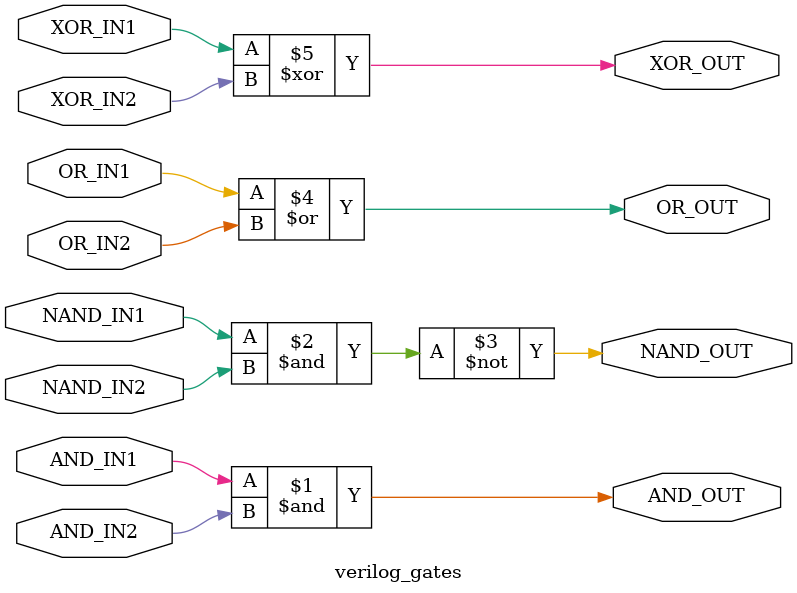
<source format=v>
module verilog_gates

(
	input XOR_IN1, XOR_IN2, OR_IN1, OR_IN2, NAND_IN1, NAND_IN2, AND_IN1, AND_IN2,
	
	output XOR_OUT, OR_OUT, NAND_OUT, AND_OUT
);

	assign AND_OUT = AND_IN1 & AND_IN2;
	assign NAND_OUT = ~(NAND_IN1 & NAND_IN2);
	assign OR_OUT = OR_IN1 | OR_IN2;
	assign XOR_OUT = XOR_IN1 ^ XOR_IN2;
	
endmodule
</source>
